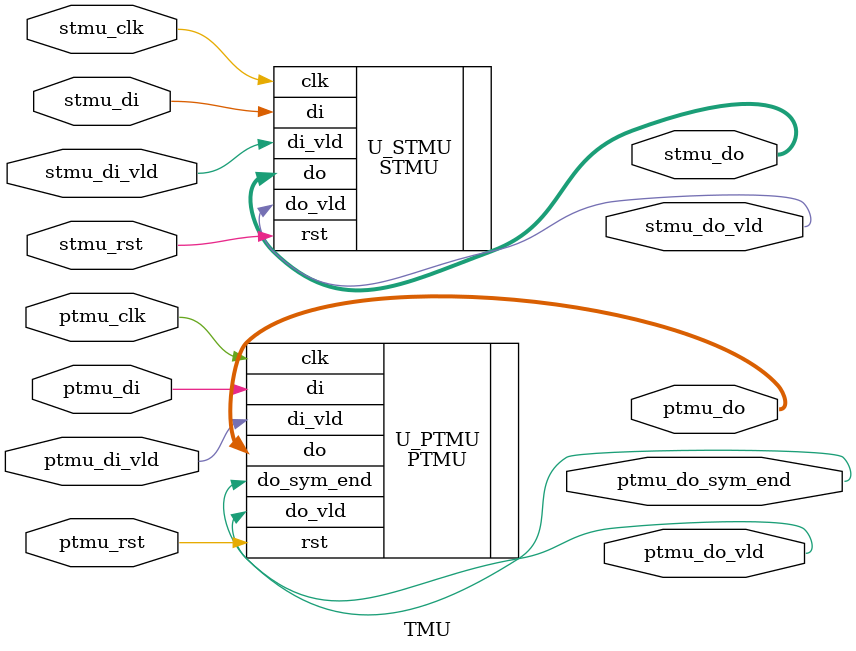
<source format=v>

`include "global_define.vh"      //% include global define file
`timescale 1ns / 1ps


//% Tone Map Unit(TMU) finish the tone mapping for signal & preamble segment.
//% 
//% **inlcuding 2 sub module:**
//% 
//% 1. STMU
//% 2. PTMU
module TMU (
    // STMU prots
    input          stmu_clk,        //% working clock
    input          stmu_rst,        //% asynchronous reset, active high
    input          stmu_di,         //% input signal data to be tone mapped
    input          stmu_di_vld,     //% input data valid

    output  [1:0]  stmu_do,         //% tone mapped data output
    output         stmu_do_vld,     //% output data valid

    // PTMU ports
    input          ptmu_clk,         //% working clock
    input          ptmu_rst,         //% asynchronous reset
    input          ptmu_di,          //% (channel encoded) data input to be tone mapped
    input          ptmu_di_vld,      //% input data valid

    output  [3:0]  ptmu_do,          //% output tone mapped data
    output         ptmu_do_sym_end,  //% end flag of each OFDM symbol
    output         ptmu_do_vld       //% output data valid
    );

//==============================================================================
// Main Body of Code

    //-------------------------------------------------
    //% instantiate STMU sub-module
    STMU U_STMU (
          .do(stmu_do),
          .do_vld(stmu_do_vld),
          .clk(stmu_clk),
          .rst(stmu_rst),
          .di(stmu_di),
          .di_vld(stmu_di_vld)
    );

    //-------------------------------------------------
    //% instantiate PTMU sub-module
    PTMU U_PTMU (
          .do(ptmu_do),
          .do_sym_end(ptmu_do_sym_end),
          .do_vld(ptmu_do_vld),
          .clk(ptmu_clk),
          .rst(ptmu_rst),
          .di(ptmu_di),
          .di_vld(ptmu_di_vld)
    );

endmodule
</source>
